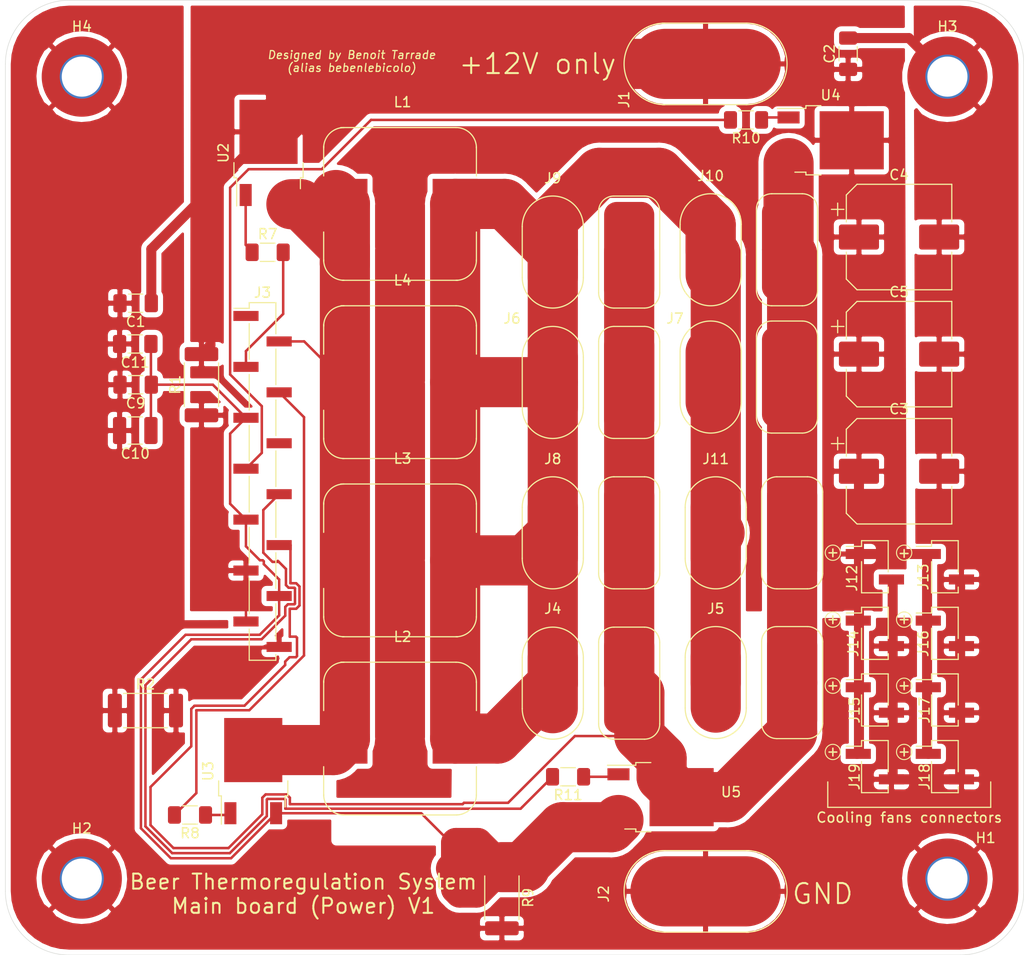
<source format=kicad_pcb>
(kicad_pcb (version 20171130) (host pcbnew 5.1.10)
  (layers (0 F.Cu signal) (31 B.Cu signal) (35 F.Paste user) (37 F.SilkS user) (38 B.Mask user) (39 F.Mask user) (44 Edge.Cuts user))
  (net 0 "")
  (net 1 GND)
  (net 2 +12V)
  (net 3 /ALS)
  (net 4 /PeltierLeft)
  (net 5 /AHO)
  (net 6 "Net-(R7-Pad1)")
  (net 7 /ALO)
  (net 8 "Net-(R8-Pad1)")
  (net 9 /BHO)
  (net 10 "Net-(R10-Pad1)")
  (net 11 /BLO)
  (net 12 "Net-(R11-Pad1)")
  (net 13 /BHS)
  (net 14 "Net-(J3-Pad6)")
  (net 15 /AHS)
  (net 16 "Net-(J3-Pad1)")
  (module Connector_PinHeader_2.54mm:PinHeader_1x02_P2.54mm_Vertical_SMD_Pin1Left (layer F.Cu) (at 245.491 115.824)
    (fp_text reference J19 (at -2.032 1.016 90) (layer F.SilkS))
    (fp_text value Conn_01x02)
    (pad 2 smd rect (at 1.655 1.27) (size 2.51 1) (layers F.Cu F.Paste F.Mask) (net 1 GND))
    (pad 1 smd rect (at -1.655 -1.27) (size 2.51 1) (layers F.Cu F.Paste F.Mask) (net 2 +12V))
  )
  (module Connector_PinHeader_2.54mm:PinHeader_1x02_P2.54mm_Vertical_SMD_Pin1Left (layer F.Cu) (at 252.476 115.824)
    (fp_text reference J18 (at -2.032 1.016 90) (layer F.SilkS))
    (fp_text value Conn_01x02)
    (pad 2 smd rect (at 1.655 1.27) (size 2.51 1) (layers F.Cu F.Paste F.Mask) (net 1 GND))
    (pad 1 smd rect (at -1.655 -1.27) (size 2.51 1) (layers F.Cu F.Paste F.Mask) (net 2 +12V))
  )
  (module Connector_PinHeader_2.54mm:PinHeader_1x02_P2.54mm_Vertical_SMD_Pin1Left (layer F.Cu) (at 252.476 109.177666)
    (fp_text reference J17 (at -2.032 1.016 90) (layer F.SilkS))
    (fp_text value Conn_01x02)
    (pad 2 smd rect (at 1.655 1.27) (size 2.51 1) (layers F.Cu F.Paste F.Mask) (net 1 GND))
    (pad 1 smd rect (at -1.655 -1.27) (size 2.51 1) (layers F.Cu F.Paste F.Mask) (net 2 +12V))
  )
  (module Connector_PinHeader_2.54mm:PinHeader_1x02_P2.54mm_Vertical_SMD_Pin1Left (layer F.Cu) (at 252.476 102.531333)
    (fp_text reference J16 (at -2.159 1.016 90) (layer F.SilkS))
    (fp_text value Conn_01x02)
    (pad 2 smd rect (at 1.655 1.27) (size 2.51 1) (layers F.Cu F.Paste F.Mask) (net 1 GND))
    (pad 1 smd rect (at -1.655 -1.27) (size 2.51 1) (layers F.Cu F.Paste F.Mask) (net 2 +12V))
  )
  (module Connector_PinHeader_2.54mm:PinHeader_1x02_P2.54mm_Vertical_SMD_Pin1Left (layer F.Cu) (at 245.491 109.177666)
    (fp_text reference J15 (at -2.032 1.016 90) (layer F.SilkS))
    (fp_text value Conn_01x02)
    (pad 2 smd rect (at 1.655 1.27) (size 2.51 1) (layers F.Cu F.Paste F.Mask) (net 1 GND))
    (pad 1 smd rect (at -1.655 -1.27) (size 2.51 1) (layers F.Cu F.Paste F.Mask) (net 2 +12V))
  )
  (module Connector_PinHeader_2.54mm:PinHeader_1x02_P2.54mm_Vertical_SMD_Pin1Left (layer F.Cu) (at 245.491 102.531333)
    (fp_text reference J14 (at -2.159 1.016 90) (layer F.SilkS))
    (fp_text value Conn_01x02)
    (pad 2 smd rect (at 1.655 1.27) (size 2.51 1) (layers F.Cu F.Paste F.Mask) (net 1 GND))
    (pad 1 smd rect (at -1.655 -1.27) (size 2.51 1) (layers F.Cu F.Paste F.Mask) (net 2 +12V))
  )
  (module Connector_PinHeader_2.54mm:PinHeader_1x02_P2.54mm_Vertical_SMD_Pin1Left (layer F.Cu) (at 252.476 95.885)
    (fp_text reference J13 (at -2.159 1.016 90) (layer F.SilkS))
    (fp_text value Conn_01x02)
    (pad 2 smd rect (at 1.655 1.27) (size 2.51 1) (layers F.Cu F.Paste F.Mask) (net 1 GND))
    (pad 1 smd rect (at -1.655 -1.27) (size 2.51 1) (layers F.Cu F.Paste F.Mask) (net 2 +12V))
  )
  (module Connector_PinHeader_2.54mm:PinHeader_1x02_P2.54mm_Vertical_SMD_Pin1Left (layer F.Cu) (at 245.491 95.885)
    (fp_text reference J12 (at -2.286 1.143 90) (layer F.SilkS))
    (fp_text value Conn_01x02)
    (pad 2 smd rect (at 1.655 1.27) (size 2.51 1) (layers F.Cu F.Paste F.Mask) (net 1 GND))
    (pad 1 smd rect (at -1.655 -1.27) (size 2.51 1) (layers F.Cu F.Paste F.Mask) (net 2 +12V))
  )
  (module Capacitor_SMD:CP_Elec_10x10 (layer F.Cu) (at 247.904 62.992)
    (fp_text reference C4 (at 0 -6.2) (layer F.SilkS))
    (fp_text value 470uF)
    (pad 2 smd roundrect (at 4 0) (size 4 2.5) (layers F.Cu F.Paste F.Mask) (roundrect_rratio 0.1) (net 1 GND))
    (pad 1 smd roundrect (at -4 0) (size 4 2.5) (layers F.Cu F.Paste F.Mask) (roundrect_rratio 0.1) (net 2 +12V))
  )
  (module Capacitor_SMD:CP_Elec_10x10 (layer F.Cu) (at 247.904 74.676)
    (fp_text reference C5 (at 0 -6.2) (layer F.SilkS))
    (fp_text value 470uF)
    (pad 2 smd roundrect (at 4 0) (size 4 2.5) (layers F.Cu F.Paste F.Mask) (roundrect_rratio 0.1) (net 1 GND))
    (pad 1 smd roundrect (at -4 0) (size 4 2.5) (layers F.Cu F.Paste F.Mask) (roundrect_rratio 0.1) (net 2 +12V))
  )
  (module Capacitor_SMD:CP_Elec_10x10 (layer F.Cu) (at 247.904 86.36)
    (fp_text reference C3 (at 0 -6.2) (layer F.SilkS))
    (fp_text value 470uF)
    (pad 2 smd roundrect (at 4 0) (size 4 2.5) (layers F.Cu F.Paste F.Mask) (roundrect_rratio 0.1) (net 1 GND))
    (pad 1 smd roundrect (at -4 0) (size 4 2.5) (layers F.Cu F.Paste F.Mask) (roundrect_rratio 0.1) (net 2 +12V))
  )
  (module Resistor_SMD:R_2512_6332Metric_Pad1.40x3.35mm_HandSolder (layer F.Cu) (at 172.72 110.236)
    (fp_text reference R2 (at 0 -2.62) (layer F.SilkS))
    (fp_text value 0)
    (pad 2 smd roundrect (at 3.05 0) (size 1.4 3.35) (layers F.Cu F.Paste F.Mask) (roundrect_rratio 0.1785707142857143) (net 1 GND))
    (pad 1 smd roundrect (at -3.05 0) (size 1.4 3.35) (layers F.Cu F.Paste F.Mask) (roundrect_rratio 0.1785707142857143) (net 1 GND))
  )
  (module Resistor_SMD:R_2512_6332Metric_Pad1.40x3.35mm_HandSolder (layer F.Cu) (at 178.308 77.724 90)
    (fp_text reference R1 (at 0 -2.62 90) (layer F.SilkS))
    (fp_text value 0)
    (pad 2 smd roundrect (at 3.05 0 90) (size 1.4 3.35) (layers F.Cu F.Paste F.Mask) (roundrect_rratio 0.1785707142857143) (net 2 +12V))
    (pad 1 smd roundrect (at -3.05 0 90) (size 1.4 3.35) (layers F.Cu F.Paste F.Mask) (roundrect_rratio 0.1785707142857143) (net 2 +12V))
  )
  (module Capacitor_SMD:C_1206_3216Metric_Pad1.33x1.80mm_HandSolder (layer F.Cu) (at 171.704 73.66 180)
    (fp_text reference C11 (at 0 -1.85) (layer F.SilkS))
    (fp_text value 1nF)
    (pad 2 smd roundrect (at 1.5625 0 180) (size 1.325 1.8) (layers F.Cu F.Paste F.Mask) (roundrect_rratio 0.1886777358490566) (net 1 GND))
    (pad 1 smd roundrect (at -1.5625 0 180) (size 1.325 1.8) (layers F.Cu F.Paste F.Mask) (roundrect_rratio 0.1886777358490566) (net 3 /ALS))
  )
  (module Capacitor_SMD:C_1210_3225Metric_Pad1.33x2.70mm_HandSolder (layer F.Cu) (at 171.704 82.296 180)
    (fp_text reference C10 (at 0 -2.3) (layer F.SilkS))
    (fp_text value 22nF)
    (pad 2 smd roundrect (at 1.5625 0 180) (size 1.325 2.7) (layers F.Cu F.Paste F.Mask) (roundrect_rratio 0.1886777358490566) (net 1 GND))
    (pad 1 smd roundrect (at -1.5625 0 180) (size 1.325 2.7) (layers F.Cu F.Paste F.Mask) (roundrect_rratio 0.1886777358490566) (net 3 /ALS))
  )
  (module Capacitor_SMD:C_1206_3216Metric_Pad1.33x1.80mm_HandSolder (layer F.Cu) (at 171.7425 77.724 180)
    (fp_text reference C9 (at 0 -1.85) (layer F.SilkS))
    (fp_text value 1nF)
    (pad 2 smd roundrect (at 1.5625 0 180) (size 1.325 1.8) (layers F.Cu F.Paste F.Mask) (roundrect_rratio 0.1886777358490566) (net 1 GND))
    (pad 1 smd roundrect (at -1.5625 0 180) (size 1.325 1.8) (layers F.Cu F.Paste F.Mask) (roundrect_rratio 0.1886777358490566) (net 3 /ALS))
  )
  (module Capacitor_SMD:C_1206_3216Metric_Pad1.33x1.80mm_HandSolder (layer F.Cu) (at 171.7425 69.596 180)
    (fp_text reference C1 (at 0 -1.85) (layer F.SilkS))
    (fp_text value 100nF)
    (pad 2 smd roundrect (at 1.5625 0 180) (size 1.325 1.8) (layers F.Cu F.Paste F.Mask) (roundrect_rratio 0.1886777358490566) (net 1 GND))
    (pad 1 smd roundrect (at -1.5625 0 180) (size 1.325 1.8) (layers F.Cu F.Paste F.Mask) (roundrect_rratio 0.1886777358490566) (net 2 +12V))
  )
  (module Connector_PinHeader_2.54mm:PinHeader_1x14_P2.54mm_Vertical_SMD_Pin1Left (layer F.Cu) (at 184.404 87.376)
    (fp_text reference J3 (at 0 -18.84) (layer F.SilkS))
    (fp_text value Conn_01x14)
    (pad 14 smd rect (at 1.655 16.51) (size 2.51 1) (layers F.Cu F.Paste F.Mask) (net 1 GND))
    (pad 12 smd rect (at 1.655 11.43) (size 2.51 1) (layers F.Cu F.Paste F.Mask) (net 3 /ALS))
    (pad 10 smd rect (at 1.655 6.35) (size 2.51 1) (layers F.Cu F.Paste F.Mask) (net 13 /BHS))
    (pad 8 smd rect (at 1.655 1.27) (size 2.51 1) (layers F.Cu F.Paste F.Mask) (net 11 /BLO))
    (pad 6 smd rect (at 1.655 -3.81) (size 2.51 1) (layers F.Cu F.Paste F.Mask) (net 14 "Net-(J3-Pad6)"))
    (pad 4 smd rect (at 1.655 -8.89) (size 2.51 1) (layers F.Cu F.Paste F.Mask) (net 7 /ALO))
    (pad 2 smd rect (at 1.655 -13.97) (size 2.51 1) (layers F.Cu F.Paste F.Mask) (net 15 /AHS))
    (pad 13 smd rect (at -1.655 13.97) (size 2.51 1) (layers F.Cu F.Paste F.Mask) (net 2 +12V))
    (pad 11 smd rect (at -1.655 8.89) (size 2.51 1) (layers F.Cu F.Paste F.Mask) (net 2 +12V))
    (pad 9 smd rect (at -1.655 3.81) (size 2.51 1) (layers F.Cu F.Paste F.Mask) (net 3 /ALS))
    (pad 7 smd rect (at -1.655 -1.27) (size 2.51 1) (layers F.Cu F.Paste F.Mask) (net 9 /BHO))
    (pad 5 smd rect (at -1.655 -6.35) (size 2.51 1) (layers F.Cu F.Paste F.Mask) (net 3 /ALS))
    (pad 3 smd rect (at -1.655 -11.43) (size 2.51 1) (layers F.Cu F.Paste F.Mask) (net 5 /AHO))
    (pad 1 smd rect (at -1.655 -16.51) (size 2.51 1) (layers F.Cu F.Paste F.Mask) (net 16 "Net-(J3-Pad1)"))
  )
  (module MountingHole:MountingHole_4mm_Pad_TopOnly (layer F.Cu) (at 252.73 46.99)
    (fp_text reference H3 (at 0 -5) (layer F.SilkS))
    (fp_text value MountingHole_Pad)
    (pad 1 connect circle (at 0 0) (size 8 8) (layers F.Cu F.Mask) (net 1 GND))
    (pad 1 thru_hole circle (at 0 0) (size 4.4 4.4) (drill 4) (layers *.Cu *.Mask) (net 1 GND))
  )
  (module MountingHole:MountingHole_4mm_Pad_TopOnly (layer F.Cu) (at 166.37 46.99)
    (fp_text reference H4 (at 0 -5) (layer F.SilkS))
    (fp_text value MountingHole_Pad)
    (pad 1 connect circle (at 0 0) (size 8 8) (layers F.Cu F.Mask) (net 1 GND))
    (pad 1 thru_hole circle (at 0 0) (size 4.4 4.4) (drill 4) (layers *.Cu *.Mask) (net 1 GND))
  )
  (module MountingHole:MountingHole_4mm_Pad_TopOnly (layer F.Cu) (at 166.37 127)
    (fp_text reference H2 (at 0 -5) (layer F.SilkS))
    (fp_text value MountingHole_Pad)
    (pad 1 connect circle (at 0 0) (size 8 8) (layers F.Cu F.Mask) (net 1 GND))
    (pad 1 thru_hole circle (at 0 0) (size 4.4 4.4) (drill 4) (layers *.Cu *.Mask) (net 1 GND))
  )
  (module MountingHole:MountingHole_4mm_Pad_TopOnly (layer F.Cu) (at 252.73 127)
    (fp_text reference H1 (at 3.81 -4.064) (layer F.SilkS))
    (fp_text value MountingHole_Pad)
    (pad 1 connect circle (at 0 0) (size 8 8) (layers F.Cu F.Mask) (net 1 GND))
    (pad 1 thru_hole circle (at 0 0) (size 4.4 4.4) (drill 4) (layers *.Cu *.Mask) (net 1 GND))
  )
  (module Package_TO_SOT_SMD:TO-252-2 (layer F.Cu) (at 224.111 118.871)
    (fp_text reference U5 (at 7.029 -0.507) (layer F.SilkS))
    (fp_text value STD80N6F6)
    (pad 2 smd rect (at 2.1 0) (size 6.4 5.8) (layers F.Cu F.Mask) (net 13 /BHS))
    (pad 3 smd rect (at -4.2 2.28) (size 2.2 1.2) (layers F.Cu F.Paste F.Mask) (net 3 /ALS))
    (pad 1 smd rect (at -4.2 -2.28) (size 2.2 1.2) (layers F.Cu F.Paste F.Mask) (net 12 "Net-(R11-Pad1)"))
  )
  (module Package_TO_SOT_SMD:TO-252-2 (layer F.Cu) (at 241.081 53.341)
    (fp_text reference U4 (at 0 -4.5) (layer F.SilkS))
    (fp_text value STD80N6F6)
    (pad 2 smd rect (at 2.1 0) (size 6.4 5.8) (layers F.Cu F.Mask) (net 2 +12V))
    (pad 3 smd rect (at -4.2 2.28) (size 2.2 1.2) (layers F.Cu F.Paste F.Mask) (net 13 /BHS))
    (pad 1 smd rect (at -4.2 -2.28) (size 2.2 1.2) (layers F.Cu F.Paste F.Mask) (net 10 "Net-(R10-Pad1)"))
  )
  (module Package_TO_SOT_SMD:TO-252-2 (layer F.Cu) (at 183.475 116.275 90)
    (fp_text reference U3 (at 0 -4.5 90) (layer F.SilkS))
    (fp_text value STD80N6F6)
    (pad 2 smd rect (at 2.1 0 90) (size 6.4 5.8) (layers F.Cu F.Mask) (net 15 /AHS))
    (pad 3 smd rect (at -4.2 2.28 90) (size 2.2 1.2) (layers F.Cu F.Paste F.Mask) (net 3 /ALS))
    (pad 1 smd rect (at -4.2 -2.28 90) (size 2.2 1.2) (layers F.Cu F.Paste F.Mask) (net 8 "Net-(R8-Pad1)"))
  )
  (module Package_TO_SOT_SMD:TO-252-2 (layer F.Cu) (at 185 54.6 90)
    (fp_text reference U2 (at 0 -4.5 90) (layer F.SilkS))
    (fp_text value STD80N6F6)
    (pad 2 smd rect (at 2.1 0 90) (size 6.4 5.8) (layers F.Cu F.Mask) (net 2 +12V))
    (pad 3 smd rect (at -4.2 2.28 90) (size 2.2 1.2) (layers F.Cu F.Paste F.Mask) (net 15 /AHS))
    (pad 1 smd rect (at -4.2 -2.28 90) (size 2.2 1.2) (layers F.Cu F.Paste F.Mask) (net 6 "Net-(R7-Pad1)"))
  )
  (module Resistor_SMD:R_1206_3216Metric_Pad1.30x1.75mm_HandSolder (layer F.Cu) (at 214.884 116.84 180)
    (fp_text reference R11 (at 0 -1.82) (layer F.SilkS))
    (fp_text value 3.3)
    (pad 2 smd roundrect (at 1.55 0 180) (size 1.3 1.75) (layers F.Cu F.Paste F.Mask) (roundrect_rratio 0.1923069230769231) (net 11 /BLO))
    (pad 1 smd roundrect (at -1.55 0 180) (size 1.3 1.75) (layers F.Cu F.Paste F.Mask) (roundrect_rratio 0.1923069230769231) (net 12 "Net-(R11-Pad1)"))
  )
  (module Resistor_SMD:R_1206_3216Metric_Pad1.30x1.75mm_HandSolder (layer F.Cu) (at 232.638 51.308 180)
    (fp_text reference R10 (at 0 -1.82) (layer F.SilkS))
    (fp_text value 3.3)
    (pad 2 smd roundrect (at 1.55 0 180) (size 1.3 1.75) (layers F.Cu F.Paste F.Mask) (roundrect_rratio 0.1923069230769231) (net 9 /BHO))
    (pad 1 smd roundrect (at -1.55 0 180) (size 1.3 1.75) (layers F.Cu F.Paste F.Mask) (roundrect_rratio 0.1923069230769231) (net 10 "Net-(R10-Pad1)"))
  )
  (module Resistor_SMD:R_2512_6332Metric_Pad1.40x3.35mm_HandSolder (layer F.Cu) (at 208.28 128.905 270)
    (fp_text reference R9 (at 0 -2.62 90) (layer F.SilkS))
    (fp_text value 0.01)
    (pad 2 smd roundrect (at 3.05 0 270) (size 1.4 3.35) (layers F.Cu F.Paste F.Mask) (roundrect_rratio 0.1785707142857143) (net 1 GND))
    (pad 1 smd roundrect (at -3.05 0 270) (size 1.4 3.35) (layers F.Cu F.Paste F.Mask) (roundrect_rratio 0.1785707142857143) (net 3 /ALS))
  )
  (module Resistor_SMD:R_1206_3216Metric_Pad1.30x1.75mm_HandSolder (layer F.Cu) (at 177.165 120.65 180)
    (fp_text reference R8 (at 0 -1.82) (layer F.SilkS))
    (fp_text value 3.3)
    (pad 2 smd roundrect (at 1.55 0 180) (size 1.3 1.75) (layers F.Cu F.Paste F.Mask) (roundrect_rratio 0.1923069230769231) (net 7 /ALO))
    (pad 1 smd roundrect (at -1.55 0 180) (size 1.3 1.75) (layers F.Cu F.Paste F.Mask) (roundrect_rratio 0.1923069230769231) (net 8 "Net-(R8-Pad1)"))
  )
  (module Resistor_SMD:R_1206_3216Metric_Pad1.30x1.75mm_HandSolder (layer F.Cu) (at 184.912 64.516)
    (fp_text reference R7 (at 0 -1.82) (layer F.SilkS))
    (fp_text value 3.3)
    (pad 2 smd roundrect (at 1.55 0) (size 1.3 1.75) (layers F.Cu F.Paste F.Mask) (roundrect_rratio 0.1923069230769231) (net 5 /AHO))
    (pad 1 smd roundrect (at -1.55 0) (size 1.3 1.75) (layers F.Cu F.Paste F.Mask) (roundrect_rratio 0.1923069230769231) (net 6 "Net-(R7-Pad1)"))
  )
  (module PeltierSwitchingMainBoard:L_Bourns_SRP1270 (layer F.Cu) (at 198.12 77.47)
    (fp_text reference L4 (at 0.254 -10.16) (layer F.SilkS))
    (fp_text value SRP1270-100M)
    (pad 2 smd rect (at 5.5 0) (size 4.5 5) (layers F.Cu F.Paste F.Mask) (net 4 /PeltierLeft))
    (pad 1 smd rect (at -5.5 0) (size 4.5 5) (layers F.Cu F.Paste F.Mask) (net 15 /AHS))
  )
  (module PeltierSwitchingMainBoard:L_Bourns_SRP1270 (layer F.Cu) (at 198.12 95.25)
    (fp_text reference L3 (at 0.254 -10.16) (layer F.SilkS))
    (fp_text value SRP1270-100M)
    (pad 2 smd rect (at 5.5 0) (size 4.5 5) (layers F.Cu F.Paste F.Mask) (net 4 /PeltierLeft))
    (pad 1 smd rect (at -5.5 0) (size 4.5 5) (layers F.Cu F.Paste F.Mask) (net 15 /AHS))
  )
  (module PeltierSwitchingMainBoard:L_Bourns_SRP1270 (layer F.Cu) (at 198.12 113.03)
    (fp_text reference L2 (at 0.254 -10.16) (layer F.SilkS))
    (fp_text value SRP1270-100M)
    (pad 2 smd rect (at 5.5 0) (size 4.5 5) (layers F.Cu F.Paste F.Mask) (net 4 /PeltierLeft))
    (pad 1 smd rect (at -5.5 0) (size 4.5 5) (layers F.Cu F.Paste F.Mask) (net 15 /AHS))
  )
  (module PeltierSwitchingMainBoard:L_Bourns_SRP1270 (layer F.Cu) (at 198.12 59.69)
    (fp_text reference L1 (at 0.254 -10.16) (layer F.SilkS))
    (fp_text value SRP1270-100M)
    (pad 2 smd rect (at 5.5 0) (size 4.5 5) (layers F.Cu F.Paste F.Mask) (net 4 /PeltierLeft))
    (pad 1 smd rect (at -5.5 0) (size 4.5 5) (layers F.Cu F.Paste F.Mask) (net 15 /AHS))
  )
  (module PeltierSwitchingMainBoard:Power_Solder_Pad_5x10mm_02 (layer F.Cu) (at 229.616 90.214)
    (fp_text reference J11 (at 0 -5.08) (layer F.SilkS))
    (fp_text value Conn_01x02)
    (pad 2 smd roundrect (at 7.62 2.286) (size 5 10) (layers F.Cu F.Paste F.Mask) (net 13 /BHS))
    (pad 1 smd oval (at 0 2.286) (size 5 10) (layers F.Cu F.Paste F.Mask) (net 4 /PeltierLeft))
  )
  (module PeltierSwitchingMainBoard:Power_Solder_Pad_5x10mm_02 (layer F.Cu) (at 229.108 61.976)
    (fp_text reference J10 (at 0 -5.08) (layer F.SilkS))
    (fp_text value Conn_01x02)
    (pad 2 smd roundrect (at 7.62 2.286) (size 5 10) (layers F.Cu F.Paste F.Mask) (net 13 /BHS))
    (pad 1 smd oval (at 0 2.286) (size 5 10) (layers F.Cu F.Paste F.Mask) (net 4 /PeltierLeft))
  )
  (module PeltierSwitchingMainBoard:Power_Solder_Pad_5x10mm_02 (layer F.Cu) (at 213.36 62.204)
    (fp_text reference J9 (at 0 -5.08) (layer F.SilkS))
    (fp_text value Conn_01x02)
    (pad 2 smd roundrect (at 7.62 2.286) (size 5 10) (layers F.Cu F.Paste F.Mask) (net 13 /BHS))
    (pad 1 smd oval (at 0 2.286) (size 5 10) (layers F.Cu F.Paste F.Mask) (net 4 /PeltierLeft))
  )
  (module PeltierSwitchingMainBoard:Power_Solder_Pad_5x10mm_02 (layer F.Cu) (at 213.36 90.214)
    (fp_text reference J8 (at 0 -5.08) (layer F.SilkS))
    (fp_text value Conn_01x02)
    (pad 2 smd roundrect (at 7.62 2.286) (size 5 10) (layers F.Cu F.Paste F.Mask) (net 13 /BHS))
    (pad 1 smd oval (at 0 2.286) (size 5 10) (layers F.Cu F.Paste F.Mask) (net 4 /PeltierLeft))
  )
  (module PeltierSwitchingMainBoard:Power_Solder_Pad_5x10mm_02 (layer F.Cu) (at 229.108 74.676)
    (fp_text reference J7 (at -3.556 -3.556) (layer F.SilkS))
    (fp_text value Conn_01x02)
    (pad 2 smd roundrect (at 7.62 2.286) (size 5 10) (layers F.Cu F.Paste F.Mask) (net 13 /BHS))
    (pad 1 smd oval (at 0 2.286) (size 5 10) (layers F.Cu F.Paste F.Mask) (net 4 /PeltierLeft))
  )
  (module PeltierSwitchingMainBoard:Power_Solder_Pad_5x10mm_02 (layer F.Cu) (at 213.36 75.214)
    (fp_text reference J6 (at -4.064 -4.094) (layer F.SilkS))
    (fp_text value Conn_01x02)
    (pad 2 smd roundrect (at 7.62 2.286) (size 5 10) (layers F.Cu F.Paste F.Mask) (net 13 /BHS))
    (pad 1 smd oval (at 0 2.286) (size 5 10) (layers F.Cu F.Paste F.Mask) (net 4 /PeltierLeft))
  )
  (module PeltierSwitchingMainBoard:Power_Solder_Pad_5x10mm_02 (layer F.Cu) (at 229.616 105.156)
    (fp_text reference J5 (at 0 -5.08) (layer F.SilkS))
    (fp_text value Conn_01x02)
    (pad 2 smd roundrect (at 7.62 2.286) (size 5 10) (layers F.Cu F.Paste F.Mask) (net 13 /BHS))
    (pad 1 smd oval (at 0 2.286) (size 5 10) (layers F.Cu F.Paste F.Mask) (net 4 /PeltierLeft))
  )
  (module PeltierSwitchingMainBoard:Power_Solder_Pad_5x10mm_02 (layer F.Cu) (at 213.36 105.214)
    (fp_text reference J4 (at 0 -5.138) (layer F.SilkS))
    (fp_text value Conn_01x02)
    (pad 2 smd roundrect (at 7.62 2.286) (size 5 10) (layers F.Cu F.Paste F.Mask) (net 13 /BHS))
    (pad 1 smd oval (at 0 2.286) (size 5 10) (layers F.Cu F.Paste F.Mask) (net 4 /PeltierLeft))
  )
  (module PeltierSwitchingMainBoard:Power_Solder_Pad_7x15mm (layer F.Cu) (at 232.918 128.27 270)
    (fp_text reference J2 (at 0.254 14.478 90) (layer F.SilkS))
    (fp_text value GNDIn)
    (pad 1 smd oval (at 0 4.318 270) (size 7 15) (layers F.Cu F.Paste F.Mask) (net 1 GND))
  )
  (module PeltierSwitchingMainBoard:Power_Solder_Pad_7x15mm (layer F.Cu) (at 224.282 45.72 90)
    (fp_text reference J1 (at -3.556 -3.81 90) (layer F.SilkS))
    (fp_text value +12VIn)
    (pad 1 smd oval (at 0 4.318 90) (size 7 15) (layers F.Cu F.Paste F.Mask) (net 2 +12V))
  )
  (module Capacitor_SMD:C_1206_3216Metric_Pad1.33x1.80mm_HandSolder (layer F.Cu) (at 242.824 44.704 90)
    (fp_text reference C2 (at 0 -1.85 90) (layer F.SilkS))
    (fp_text value 100nF)
    (pad 2 smd roundrect (at 1.5625 0 90) (size 1.325 1.8) (layers F.Cu F.Paste F.Mask) (roundrect_rratio 0.1886777358490566) (net 1 GND))
    (pad 1 smd roundrect (at -1.5625 0 90) (size 1.325 1.8) (layers F.Cu F.Paste F.Mask) (roundrect_rratio 0.1886777358490566) (net 2 +12V))
  )
  (gr_text "Designed by Benoit Tarrade\n(alias bebenlebicolo)" (at 193.294 45.466) (layer F.SilkS) (effects (font (size 0.8 0.8) (thickness 0.12) italic)))
  (gr_text "+12V only" (at 211.836 45.72) (layer F.SilkS) (effects (font (size 2 2) (thickness 0.2))))
  (gr_text GND (at 240.284 128.524) (layer F.SilkS) (effects (font (size 2 2) (thickness 0.2))))
  (gr_text "Beer Thermoregulation System\nMain board (Power) V1" (at 188.468 128.524) (layer F.SilkS) (effects (font (size 1.5 1.5) (thickness 0.2))))
  (gr_text "Cooling fans connectors" (at 248.92 120.904) (layer F.SilkS) (effects (font (size 1 1))))
  (gr_line (start 240.792 119.888) (end 240.792 117.348) (layer F.SilkS) (width 0.12))
  (gr_line (start 257.048 119.888) (end 240.792 119.888) (layer F.SilkS) (width 0.12))
  (gr_line (start 257.048 117.348) (end 257.048 119.888) (layer F.SilkS) (width 0.12))
  (gr_circle (center 248.412 114.3635) (end 249.174 114.3635) (layer F.SilkS) (width 0.1))
  (gr_circle (center 241.3 114.3635) (end 242.062 114.3635) (layer F.SilkS) (width 0.1))
  (gr_circle (center 241.3 107.7595) (end 242.062 107.7595) (layer F.SilkS) (width 0.1))
  (gr_circle (center 248.412 107.7595) (end 249.174 107.7595) (layer F.SilkS) (width 0.1))
  (gr_circle (center 248.412 101.1555) (end 249.174 101.1555) (layer F.SilkS) (width 0.1))
  (gr_circle (center 248.412 94.488) (end 249.174 94.488) (layer F.SilkS) (width 0.1))
  (gr_circle (center 241.3 101.1555) (end 242.062 101.1555) (layer F.SilkS) (width 0.1))
  (gr_circle (center 241.3 94.488) (end 242.062 94.488) (layer F.SilkS) (width 0.1))
  (gr_text + (at 248.412 94.488) (layer F.SilkS) (effects (font (size 1 1))))
  (gr_text + (at 241.3 94.4245) (layer F.SilkS) (effects (font (size 1 1))))
  (gr_text + (at 241.3 101.092) (layer F.SilkS) (effects (font (size 1 1))))
  (gr_text + (at 248.412 101.092) (layer F.SilkS) (effects (font (size 1 1))))
  (gr_text + (at 248.412 107.696) (layer F.SilkS) (effects (font (size 1 1))))
  (gr_text + (at 248.412 114.3) (layer F.SilkS) (effects (font (size 1 1))))
  (gr_text + (at 241.3 114.3) (layer F.SilkS) (effects (font (size 1 1))))
  (gr_text + (at 241.3 107.696) (layer F.SilkS) (effects (font (size 1 1))))
  (gr_line (start 260.35 128.27) (end 260.35 45.72) (layer Edge.Cuts) (width 0.05))
  (gr_line (start 165.1 134.62) (end 254 134.62) (layer Edge.Cuts) (width 0.05))
  (gr_line (start 158.75 45.72) (end 158.75 128.27) (layer Edge.Cuts) (width 0.05))
  (gr_arc (start 165.1 45.72) (end 165.1 39.37) (angle -90) (layer Edge.Cuts) (width 0.05))
  (gr_arc (start 165.1 128.27) (end 158.75 128.27) (angle -90) (layer Edge.Cuts) (width 0.05))
  (gr_arc (start 254 128.27) (end 254 134.62) (angle -90) (layer Edge.Cuts) (width 0.05))
  (gr_arc (start 254 45.72) (end 260.35 45.72) (angle -90) (layer Edge.Cuts) (width 0.05))
  (gr_line (start 165.1 39.37) (end 254 39.37) (layer Edge.Cuts) (width 0.05))
  (segment (start 248.8815 43.1415) (end 252.73 46.99) (width 1) (layer F.Cu) (net 1))
  (segment (start 242.824 43.1415) (end 248.8815 43.1415) (width 1) (layer F.Cu) (net 1))
  (segment (start 247.268 116.84) (end 247.014 117.094) (width 1) (layer F.Cu) (net 1))
  (segment (start 247.268 97.155) (end 247.268 116.84) (width 1) (layer F.Cu) (net 1))
  (segment (start 247.014 117.094) (end 254.126 117.094) (width 1) (layer F.Cu) (net 1))
  (segment (start 253.999 116.967) (end 254.126 117.094) (width 1) (layer F.Cu) (net 1))
  (segment (start 253.999 97.282) (end 253.999 116.967) (width 1) (layer F.Cu) (net 1))
  (segment (start 191.78 45.72) (end 228.6 45.72) (width 5) (layer F.Cu) (net 2))
  (segment (start 185 52.5) (end 191.78 45.72) (width 5) (layer F.Cu) (net 2))
  (segment (start 173.305 69.596) (end 173.305 64.195) (width 1) (layer F.Cu) (net 2))
  (segment (start 182.749 96.266) (end 182.749 101.346) (width 0.25) (layer F.Cu) (net 2))
  (segment (start 179.202 73.78) (end 178.308 74.674) (width 1) (layer F.Cu) (net 2))
  (segment (start 179.202 58.298) (end 179.202 73.78) (width 1) (layer F.Cu) (net 2))
  (segment (start 173.305 64.195) (end 179.202 58.298) (width 1) (layer F.Cu) (net 2))
  (segment (start 179.202 58.298) (end 185 52.5) (width 1) (layer F.Cu) (net 2))
  (segment (start 243.904 114.364) (end 243.714 114.554) (width 1) (layer F.Cu) (net 2))
  (segment (start 243.904 86.36) (end 243.904 114.364) (width 1) (layer F.Cu) (net 2))
  (segment (start 250.572 94.615) (end 250.699 94.742) (width 1) (layer F.Cu) (net 2))
  (segment (start 243.968 94.615) (end 250.572 94.615) (width 1) (layer F.Cu) (net 2))
  (segment (start 250.699 114.427) (end 250.826 114.554) (width 1) (layer F.Cu) (net 2))
  (segment (start 250.699 94.742) (end 250.699 114.427) (width 1) (layer F.Cu) (net 2))
  (segment (start 203.331 125.855) (end 203.202 125.984) (width 3) (layer F.Cu) (net 3))
  (segment (start 208.28 125.855) (end 205.869 123.444) (width 3) (layer F.Cu) (net 3))
  (segment (start 205.869 123.444) (end 203.708 123.444) (width 3) (layer F.Cu) (net 3))
  (segment (start 208.28 125.855) (end 205.74 128.395) (width 3) (layer F.Cu) (net 3))
  (segment (start 205.74 128.395) (end 204.087 128.395) (width 3) (layer F.Cu) (net 3))
  (segment (start 203.708 128.016) (end 204.087 128.395) (width 3) (layer F.Cu) (net 3))
  (segment (start 203.708 123.444) (end 203.708 128.016) (width 3) (layer F.Cu) (net 3))
  (segment (start 203.202 125.984) (end 204.216 125.984) (width 0.25) (layer F.Cu) (net 3))
  (segment (start 214.32903 121.86999) (end 219.19201 121.86999) (width 5) (layer F.Cu) (net 3))
  (segment (start 210.57999 125.61903) (end 214.32903 121.86999) (width 5) (layer F.Cu) (net 3))
  (segment (start 219.19201 121.86999) (end 219.911 121.151) (width 5) (layer F.Cu) (net 3))
  (segment (start 210.57999 125.855) (end 210.57999 125.61903) (width 5) (layer F.Cu) (net 3))
  (segment (start 208.28 125.855) (end 210.57999 125.855) (width 5) (layer F.Cu) (net 3))
  (segment (start 173.2665 73.66) (end 173.2665 82.296) (width 0.25) (layer F.Cu) (net 3))
  (segment (start 179.447 77.724) (end 182.749 81.026) (width 0.25) (layer F.Cu) (net 3))
  (segment (start 173.305 77.724) (end 179.447 77.724) (width 0.25) (layer F.Cu) (net 3))
  (segment (start 200.231 120.475) (end 205.611 125.855) (width 0.25) (layer F.Cu) (net 3))
  (segment (start 185.755 120.475) (end 200.231 120.475) (width 0.25) (layer F.Cu) (net 3))
  (segment (start 205.611 125.855) (end 203.331 125.855) (width 3) (layer F.Cu) (net 3))
  (segment (start 208.28 125.855) (end 205.611 125.855) (width 3) (layer F.Cu) (net 3))
  (segment (start 181.168999 82.606001) (end 181.168999 89.605999) (width 0.25) (layer F.Cu) (net 3))
  (segment (start 181.168999 89.605999) (end 182.749 91.186) (width 0.25) (layer F.Cu) (net 3))
  (segment (start 182.749 81.026) (end 181.168999 82.606001) (width 0.25) (layer F.Cu) (net 3))
  (segment (start 184.140999 95.240999) (end 182.749 93.849) (width 0.25) (layer F.Cu) (net 3))
  (segment (start 184.529001 95.345999) (end 184.424001 95.240999) (width 0.25) (layer F.Cu) (net 3))
  (segment (start 182.749 93.849) (end 182.749 91.186) (width 0.25) (layer F.Cu) (net 3))
  (segment (start 184.424001 95.240999) (end 184.140999 95.240999) (width 0.25) (layer F.Cu) (net 3))
  (segment (start 184.529001 95.629001) (end 184.529001 95.345999) (width 0.25) (layer F.Cu) (net 3))
  (segment (start 186.059 97.159) (end 184.529001 95.629001) (width 0.25) (layer F.Cu) (net 3))
  (segment (start 186.059 98.806) (end 186.059 97.159) (width 0.25) (layer F.Cu) (net 3))
  (segment (start 181.262 124.968) (end 185.755 120.475) (width 0.25) (layer F.Cu) (net 3))
  (segment (start 175.26 124.968) (end 181.262 124.968) (width 0.25) (layer F.Cu) (net 3))
  (segment (start 172.269989 121.977989) (end 175.26 124.968) (width 0.25) (layer F.Cu) (net 3))
  (segment (start 176.726011 102.673989) (end 172.269989 107.130011) (width 0.25) (layer F.Cu) (net 3))
  (segment (start 184.121013 102.673989) (end 176.726011 102.673989) (width 0.25) (layer F.Cu) (net 3))
  (segment (start 186.059 100.736002) (end 184.121013 102.673989) (width 0.25) (layer F.Cu) (net 3))
  (segment (start 172.269989 107.130011) (end 172.269989 121.977989) (width 0.25) (layer F.Cu) (net 3))
  (segment (start 186.059 98.806) (end 186.059 100.736002) (width 0.25) (layer F.Cu) (net 3))
  (segment (start 229.88 92.38) (end 230 92.5) (width 5) (layer F.Cu) (net 4))
  (segment (start 229.616 64.77) (end 229.108 64.262) (width 5) (layer F.Cu) (net 4))
  (segment (start 229.616 107.442) (end 229.616 64.77) (width 5) (layer F.Cu) (net 4))
  (segment (start 213.36 61.241) (end 213.36 64.49) (width 5) (layer F.Cu) (net 4))
  (segment (start 218.01101 56.58999) (end 213.36 61.241) (width 5) (layer F.Cu) (net 4))
  (segment (start 223.94899 56.58999) (end 218.01101 56.58999) (width 5) (layer F.Cu) (net 4))
  (segment (start 229.108 61.749) (end 223.94899 56.58999) (width 5) (layer F.Cu) (net 4))
  (segment (start 229.108 64.262) (end 229.108 61.749) (width 5) (layer F.Cu) (net 4))
  (segment (start 213.36 64.49) (end 213.36 107.5) (width 5) (layer F.Cu) (net 4))
  (segment (start 203.62 59.69) (end 203.62 113.03) (width 5) (layer F.Cu) (net 4))
  (segment (start 210.61 95.25) (end 213.36 92.5) (width 5) (layer F.Cu) (net 4))
  (segment (start 203.62 95.25) (end 210.61 95.25) (width 5) (layer F.Cu) (net 4))
  (segment (start 207.83 113.03) (end 213.36 107.5) (width 5) (layer F.Cu) (net 4))
  (segment (start 203.62 113.03) (end 207.83 113.03) (width 5) (layer F.Cu) (net 4))
  (segment (start 213.33 77.47) (end 213.36 77.5) (width 5) (layer F.Cu) (net 4))
  (segment (start 203.62 77.47) (end 213.33 77.47) (width 5) (layer F.Cu) (net 4))
  (segment (start 208.56 59.69) (end 213.36 64.49) (width 5) (layer F.Cu) (net 4))
  (segment (start 203.62 59.69) (end 208.56 59.69) (width 5) (layer F.Cu) (net 4))
  (segment (start 186.462 70.662998) (end 186.462 64.516) (width 0.25) (layer F.Cu) (net 5))
  (segment (start 182.749 74.375998) (end 186.462 70.662998) (width 0.25) (layer F.Cu) (net 5))
  (segment (start 182.749 75.946) (end 182.749 74.375998) (width 0.25) (layer F.Cu) (net 5))
  (segment (start 182.72 63.77159) (end 183.413205 64.464795) (width 0.25) (layer F.Cu) (net 6))
  (segment (start 182.72 58.8) (end 182.72 63.77159) (width 0.25) (layer F.Cu) (net 6))
  (segment (start 177.8 118.465) (end 175.615 120.65) (width 0.25) (layer F.Cu) (net 7))
  (segment (start 177.8 110.199988) (end 177.8 118.465) (width 0.25) (layer F.Cu) (net 7))
  (segment (start 188.539023 104.74239) (end 183.081425 110.199988) (width 0.25) (layer F.Cu) (net 7))
  (segment (start 183.081425 110.199988) (end 177.8 110.199988) (width 0.25) (layer F.Cu) (net 7))
  (segment (start 188.539023 80.966023) (end 188.539023 104.74239) (width 0.25) (layer F.Cu) (net 7))
  (segment (start 186.059 78.486) (end 188.539023 80.966023) (width 0.25) (layer F.Cu) (net 7))
  (segment (start 181.02 120.65) (end 181.195 120.475) (width 0.25) (layer F.Cu) (net 8))
  (segment (start 178.715 120.65) (end 181.02 120.65) (width 0.25) (layer F.Cu) (net 8))
  (segment (start 195.226834 51.308) (end 231.088 51.308) (width 0.25) (layer F.Cu) (net 9))
  (segment (start 190.309833 56.225001) (end 195.226834 51.308) (width 0.25) (layer F.Cu) (net 9))
  (segment (start 183.009997 56.225001) (end 190.309833 56.225001) (width 0.25) (layer F.Cu) (net 9))
  (segment (start 181.168999 58.065999) (end 183.009997 56.225001) (width 0.25) (layer F.Cu) (net 9))
  (segment (start 184.329001 79.866003) (end 181.168999 76.706001) (width 0.25) (layer F.Cu) (net 9))
  (segment (start 181.168999 76.706001) (end 181.168999 58.065999) (width 0.25) (layer F.Cu) (net 9))
  (segment (start 184.329001 84.525999) (end 184.329001 79.866003) (width 0.25) (layer F.Cu) (net 9))
  (segment (start 182.749 86.106) (end 184.329001 84.525999) (width 0.25) (layer F.Cu) (net 9))
  (segment (start 234.435 51.061) (end 234.188 51.308) (width 0.25) (layer F.Cu) (net 10))
  (segment (start 236.881 51.061) (end 234.435 51.061) (width 0.25) (layer F.Cu) (net 10))
  (segment (start 184.478999 90.226001) (end 186.059 88.646) (width 0.25) (layer F.Cu) (net 11))
  (segment (start 184.478999 94.486001) (end 184.478999 90.226001) (width 0.25) (layer F.Cu) (net 11))
  (segment (start 185.394294 95.401296) (end 184.478999 94.486001) (width 0.25) (layer F.Cu) (net 11))
  (segment (start 186.030704 95.401296) (end 185.394294 95.401296) (width 0.25) (layer F.Cu) (net 11))
  (segment (start 186.030704 95.401296) (end 185.928 95.298592) (width 0.25) (layer F.Cu) (net 11))
  (segment (start 210.14901 120.02499) (end 210.299 119.875) (width 0.25) (layer F.Cu) (net 11))
  (segment (start 186.680001 120.02499) (end 210.14901 120.02499) (width 0.25) (layer F.Cu) (net 11))
  (segment (start 186.615001 119.049999) (end 186.680001 119.114999) (width 0.25) (layer F.Cu) (net 11))
  (segment (start 210.299 119.875) (end 213.334 116.84) (width 0.25) (layer F.Cu) (net 11))
  (segment (start 184.829999 119.114999) (end 184.894999 119.049999) (width 0.25) (layer F.Cu) (net 11))
  (segment (start 175.38841 124.46) (end 181.13359 124.46) (width 0.25) (layer F.Cu) (net 11))
  (segment (start 172.72 107.696) (end 172.72 121.79159) (width 0.25) (layer F.Cu) (net 11))
  (segment (start 186.680001 119.114999) (end 186.680001 120.02499) (width 0.25) (layer F.Cu) (net 11))
  (segment (start 186.030704 95.401296) (end 186.738979 96.109571) (width 0.25) (layer F.Cu) (net 11))
  (segment (start 187.00259 97.980999) (end 187.574001 97.980999) (width 0.25) (layer F.Cu) (net 11))
  (segment (start 184.894999 119.049999) (end 186.615001 119.049999) (width 0.25) (layer F.Cu) (net 11))
  (segment (start 187.574001 97.980999) (end 187.639001 98.045999) (width 0.25) (layer F.Cu) (net 11))
  (segment (start 184.829999 120.763591) (end 184.829999 119.114999) (width 0.25) (layer F.Cu) (net 11))
  (segment (start 184.307413 103.124) (end 177.292 103.124) (width 0.25) (layer F.Cu) (net 11))
  (segment (start 187.639001 98.045999) (end 187.639001 99.566001) (width 0.25) (layer F.Cu) (net 11))
  (segment (start 187.639001 99.566001) (end 187.574001 99.631001) (width 0.25) (layer F.Cu) (net 11))
  (segment (start 186.738979 97.717388) (end 187.00259 97.980999) (width 0.25) (layer F.Cu) (net 11))
  (segment (start 187.574001 99.631001) (end 186.931567 99.631001) (width 0.25) (layer F.Cu) (net 11))
  (segment (start 186.931567 99.631001) (end 186.667956 99.894612) (width 0.25) (layer F.Cu) (net 11))
  (segment (start 172.72 121.79159) (end 175.38841 124.46) (width 0.25) (layer F.Cu) (net 11))
  (segment (start 186.738979 96.109571) (end 186.738979 97.717388) (width 0.25) (layer F.Cu) (net 11))
  (segment (start 186.667956 99.894612) (end 186.667956 100.763457) (width 0.25) (layer F.Cu) (net 11))
  (segment (start 186.667956 100.763457) (end 184.307413 103.124) (width 0.25) (layer F.Cu) (net 11))
  (segment (start 181.13359 124.46) (end 184.829999 120.763591) (width 0.25) (layer F.Cu) (net 11))
  (segment (start 177.292 103.124) (end 172.72 107.696) (width 0.25) (layer F.Cu) (net 11))
  (segment (start 219.662 116.84) (end 219.911 116.591) (width 0.25) (layer F.Cu) (net 12))
  (segment (start 216.434 116.84) (end 219.662 116.84) (width 0.25) (layer F.Cu) (net 12))
  (segment (start 220.98 64.49) (end 220.98 107.5) (width 5) (layer F.Cu) (net 13))
  (segment (start 237.236 64.77) (end 236.728 64.262) (width 5) (layer F.Cu) (net 13))
  (segment (start 237.236 107.442) (end 237.236 64.77) (width 5) (layer F.Cu) (net 13))
  (segment (start 236.881 64.109) (end 236.728 64.262) (width 5) (layer F.Cu) (net 13))
  (segment (start 236.881 55.621) (end 236.881 64.109) (width 5) (layer F.Cu) (net 13))
  (segment (start 237.236 112.442) (end 237.236 107.442) (width 5) (layer F.Cu) (net 13))
  (segment (start 230.807 118.871) (end 237.236 112.442) (width 5) (layer F.Cu) (net 13))
  (segment (start 226.211 118.871) (end 230.807 118.871) (width 5) (layer F.Cu) (net 13))
  (segment (start 221.996 108.516) (end 220.98 107.5) (width 5) (layer F.Cu) (net 13))
  (segment (start 221.996 112.776) (end 221.996 108.516) (width 5) (layer F.Cu) (net 13))
  (segment (start 224.21599 114.99599) (end 221.996 112.776) (width 5) (layer F.Cu) (net 13))
  (segment (start 224.21599 116.87599) (end 224.21599 114.99599) (width 5) (layer F.Cu) (net 13))
  (segment (start 226.211 118.871) (end 224.21599 116.87599) (width 5) (layer F.Cu) (net 13))
  (segment (start 187.18899 93.726) (end 186.059 93.726) (width 0.25) (layer F.Cu) (net 13))
  (segment (start 187.18899 97.530988) (end 187.18899 93.726) (width 0.25) (layer F.Cu) (net 13))
  (segment (start 181.00518 123.952) (end 175.51682 123.952) (width 0.25) (layer F.Cu) (net 13))
  (segment (start 184.379988 120.577192) (end 181.00518 123.952) (width 0.25) (layer F.Cu) (net 13))
  (segment (start 184.379988 118.928599) (end 184.379988 120.577192) (width 0.25) (layer F.Cu) (net 13))
  (segment (start 187.130012 118.928599) (end 186.801401 118.599988) (width 0.25) (layer F.Cu) (net 13))
  (segment (start 184.708599 118.599988) (end 184.379988 118.928599) (width 0.25) (layer F.Cu) (net 13))
  (segment (start 187.760401 97.530988) (end 187.18899 97.530988) (width 0.25) (layer F.Cu) (net 13))
  (segment (start 187.130012 119.574979) (end 187.130012 118.928599) (width 0.25) (layer F.Cu) (net 13))
  (segment (start 215.55981 112.776) (end 208.897821 119.437989) (width 0.25) (layer F.Cu) (net 13))
  (segment (start 186.659402 105.349189) (end 187.097591 104.911001) (width 0.25) (layer F.Cu) (net 13))
  (segment (start 186.801401 118.599988) (end 184.708599 118.599988) (width 0.25) (layer F.Cu) (net 13))
  (segment (start 187.097591 104.911001) (end 187.734001 104.911001) (width 0.25) (layer F.Cu) (net 13))
  (segment (start 188.089012 99.752401) (end 188.089012 97.859599) (width 0.25) (layer F.Cu) (net 13))
  (segment (start 204.496646 119.437989) (end 204.359656 119.574979) (width 0.25) (layer F.Cu) (net 13))
  (segment (start 173.228 121.66318) (end 173.228 117.856) (width 0.25) (layer F.Cu) (net 13))
  (segment (start 177.6136 109.749977) (end 182.601203 109.749977) (width 0.25) (layer F.Cu) (net 13))
  (segment (start 188.089012 97.859599) (end 187.760401 97.530988) (width 0.25) (layer F.Cu) (net 13))
  (segment (start 204.359656 119.574979) (end 187.130012 119.574979) (width 0.25) (layer F.Cu) (net 13))
  (segment (start 173.228 117.856) (end 177.292 113.792) (width 0.25) (layer F.Cu) (net 13))
  (segment (start 182.601203 109.749977) (end 186.659402 105.691778) (width 0.25) (layer F.Cu) (net 13))
  (segment (start 177.292 110.071577) (end 177.6136 109.749977) (width 0.25) (layer F.Cu) (net 13))
  (segment (start 186.659402 105.691778) (end 186.659402 105.349189) (width 0.25) (layer F.Cu) (net 13))
  (segment (start 175.51682 123.952) (end 173.228 121.66318) (width 0.25) (layer F.Cu) (net 13))
  (segment (start 187.760401 100.081012) (end 188.089012 99.752401) (width 0.25) (layer F.Cu) (net 13))
  (segment (start 221.996 112.776) (end 215.55981 112.776) (width 0.25) (layer F.Cu) (net 13))
  (segment (start 187.734001 104.911001) (end 187.839001 104.806001) (width 0.25) (layer F.Cu) (net 13))
  (segment (start 177.292 113.792) (end 177.292 110.071577) (width 0.25) (layer F.Cu) (net 13))
  (segment (start 187.839001 104.806001) (end 187.839001 102.965999) (width 0.25) (layer F.Cu) (net 13))
  (segment (start 187.839001 102.965999) (end 187.734001 102.860999) (width 0.25) (layer F.Cu) (net 13))
  (segment (start 208.897821 119.437989) (end 204.496646 119.437989) (width 0.25) (layer F.Cu) (net 13))
  (segment (start 187.734001 102.860999) (end 187.117967 102.860999) (width 0.25) (layer F.Cu) (net 13))
  (segment (start 187.117967 102.860999) (end 187.117967 100.081012) (width 0.25) (layer F.Cu) (net 13))
  (segment (start 187.117967 100.081012) (end 187.760401 100.081012) (width 0.25) (layer F.Cu) (net 13))
  (segment (start 191.475 114.175) (end 192.62 113.03) (width 5) (layer F.Cu) (net 15))
  (segment (start 183.475 114.175) (end 191.475 114.175) (width 5) (layer F.Cu) (net 15))
  (segment (start 191.73 58.8) (end 192.62 59.69) (width 5) (layer F.Cu) (net 15))
  (segment (start 188.20101 59.72101) (end 187.28 59.72101) (width 5) (layer F.Cu) (net 15))
  (segment (start 192.62 64.14) (end 188.20101 59.72101) (width 5) (layer F.Cu) (net 15))
  (segment (start 192.62 65.62) (end 192.62 64.14) (width 5) (layer F.Cu) (net 15))
  (segment (start 192.62 59.69) (end 192.62 65.62) (width 5) (layer F.Cu) (net 15))
  (segment (start 192.62 65.62) (end 192.62 113.03) (width 5) (layer F.Cu) (net 15))
  (segment (start 188.556 73.406) (end 192.62 77.47) (width 0.25) (layer F.Cu) (net 15))
  (segment (start 186.059 73.406) (end 188.556 73.406) (width 0.25) (layer F.Cu) (net 15))
  (zone (net 2) (net_name +12V) (layer F.Cu) (priority 2) (connect_pads (clearance 0.508)) (min_thickness 0.254) (fill yes (arc_segments 32) (thermal_gap 0.508) (thermal_bridge_width 0.508) (smoothing chamfer))
    (polygon (pts (xy 248.4755 39.65575) (xy 248.666 100.350148) (xy 203.454 100.309852) (xy 203.2 123.19) (xy 191.77 123.19) (xy 191.77 100.336509) (xy 177.165 100.323492) (xy 177.2285 39.59225)))
  )
  (zone (net 1) (net_name GND) (layer F.Cu) (priority 1) (connect_pads (clearance 0.508)) (min_thickness 0.254) (fill yes (arc_segments 32) (thermal_gap 0.508) (thermal_bridge_width 0.508) (smoothing chamfer))
    (polygon (pts (xy 176.62525 101.219) (xy 249.555 100.965) (xy 249.3645 39.624) (xy 260.38175 39.624) (xy 259.81025 134.493) (xy 158.21025 134.62) (xy 158.78175 39.37) (xy 176.53 39.37)))
  )
)
</source>
